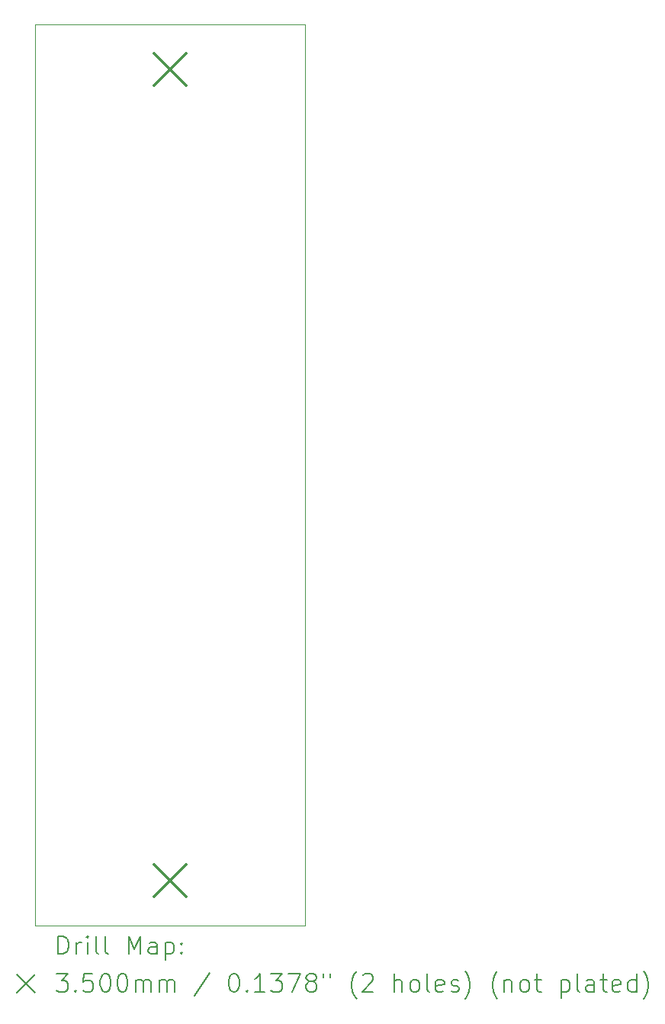
<source format=gbr>
%TF.GenerationSoftware,KiCad,Pcbnew,7.0.5*%
%TF.CreationDate,2024-04-01T13:17:19+02:00*%
%TF.ProjectId,power,706f7765-722e-46b6-9963-61645f706362,rev?*%
%TF.SameCoordinates,Original*%
%TF.FileFunction,Drillmap*%
%TF.FilePolarity,Positive*%
%FSLAX45Y45*%
G04 Gerber Fmt 4.5, Leading zero omitted, Abs format (unit mm)*
G04 Created by KiCad (PCBNEW 7.0.5) date 2024-04-01 13:17:19*
%MOMM*%
%LPD*%
G01*
G04 APERTURE LIST*
%ADD10C,0.050000*%
%ADD11C,0.200000*%
%ADD12C,0.350000*%
G04 APERTURE END LIST*
D10*
X4000000Y-4000000D02*
X7000000Y-4000000D01*
X7000000Y-14000000D01*
X4000000Y-14000000D01*
X4000000Y-4000000D01*
D11*
D12*
X5325000Y-4325000D02*
X5675000Y-4675000D01*
X5675000Y-4325000D02*
X5325000Y-4675000D01*
X5325000Y-13325000D02*
X5675000Y-13675000D01*
X5675000Y-13325000D02*
X5325000Y-13675000D01*
D11*
X4258277Y-14313984D02*
X4258277Y-14113984D01*
X4258277Y-14113984D02*
X4305896Y-14113984D01*
X4305896Y-14113984D02*
X4334467Y-14123508D01*
X4334467Y-14123508D02*
X4353515Y-14142555D01*
X4353515Y-14142555D02*
X4363039Y-14161603D01*
X4363039Y-14161603D02*
X4372563Y-14199698D01*
X4372563Y-14199698D02*
X4372563Y-14228269D01*
X4372563Y-14228269D02*
X4363039Y-14266365D01*
X4363039Y-14266365D02*
X4353515Y-14285412D01*
X4353515Y-14285412D02*
X4334467Y-14304460D01*
X4334467Y-14304460D02*
X4305896Y-14313984D01*
X4305896Y-14313984D02*
X4258277Y-14313984D01*
X4458277Y-14313984D02*
X4458277Y-14180650D01*
X4458277Y-14218746D02*
X4467801Y-14199698D01*
X4467801Y-14199698D02*
X4477324Y-14190174D01*
X4477324Y-14190174D02*
X4496372Y-14180650D01*
X4496372Y-14180650D02*
X4515420Y-14180650D01*
X4582086Y-14313984D02*
X4582086Y-14180650D01*
X4582086Y-14113984D02*
X4572563Y-14123508D01*
X4572563Y-14123508D02*
X4582086Y-14133031D01*
X4582086Y-14133031D02*
X4591610Y-14123508D01*
X4591610Y-14123508D02*
X4582086Y-14113984D01*
X4582086Y-14113984D02*
X4582086Y-14133031D01*
X4705896Y-14313984D02*
X4686848Y-14304460D01*
X4686848Y-14304460D02*
X4677324Y-14285412D01*
X4677324Y-14285412D02*
X4677324Y-14113984D01*
X4810658Y-14313984D02*
X4791610Y-14304460D01*
X4791610Y-14304460D02*
X4782086Y-14285412D01*
X4782086Y-14285412D02*
X4782086Y-14113984D01*
X5039229Y-14313984D02*
X5039229Y-14113984D01*
X5039229Y-14113984D02*
X5105896Y-14256841D01*
X5105896Y-14256841D02*
X5172563Y-14113984D01*
X5172563Y-14113984D02*
X5172563Y-14313984D01*
X5353515Y-14313984D02*
X5353515Y-14209222D01*
X5353515Y-14209222D02*
X5343991Y-14190174D01*
X5343991Y-14190174D02*
X5324944Y-14180650D01*
X5324944Y-14180650D02*
X5286848Y-14180650D01*
X5286848Y-14180650D02*
X5267801Y-14190174D01*
X5353515Y-14304460D02*
X5334467Y-14313984D01*
X5334467Y-14313984D02*
X5286848Y-14313984D01*
X5286848Y-14313984D02*
X5267801Y-14304460D01*
X5267801Y-14304460D02*
X5258277Y-14285412D01*
X5258277Y-14285412D02*
X5258277Y-14266365D01*
X5258277Y-14266365D02*
X5267801Y-14247317D01*
X5267801Y-14247317D02*
X5286848Y-14237793D01*
X5286848Y-14237793D02*
X5334467Y-14237793D01*
X5334467Y-14237793D02*
X5353515Y-14228269D01*
X5448753Y-14180650D02*
X5448753Y-14380650D01*
X5448753Y-14190174D02*
X5467801Y-14180650D01*
X5467801Y-14180650D02*
X5505896Y-14180650D01*
X5505896Y-14180650D02*
X5524944Y-14190174D01*
X5524944Y-14190174D02*
X5534467Y-14199698D01*
X5534467Y-14199698D02*
X5543991Y-14218746D01*
X5543991Y-14218746D02*
X5543991Y-14275888D01*
X5543991Y-14275888D02*
X5534467Y-14294936D01*
X5534467Y-14294936D02*
X5524944Y-14304460D01*
X5524944Y-14304460D02*
X5505896Y-14313984D01*
X5505896Y-14313984D02*
X5467801Y-14313984D01*
X5467801Y-14313984D02*
X5448753Y-14304460D01*
X5629705Y-14294936D02*
X5639229Y-14304460D01*
X5639229Y-14304460D02*
X5629705Y-14313984D01*
X5629705Y-14313984D02*
X5620182Y-14304460D01*
X5620182Y-14304460D02*
X5629705Y-14294936D01*
X5629705Y-14294936D02*
X5629705Y-14313984D01*
X5629705Y-14190174D02*
X5639229Y-14199698D01*
X5639229Y-14199698D02*
X5629705Y-14209222D01*
X5629705Y-14209222D02*
X5620182Y-14199698D01*
X5620182Y-14199698D02*
X5629705Y-14190174D01*
X5629705Y-14190174D02*
X5629705Y-14209222D01*
X3797500Y-14542500D02*
X3997500Y-14742500D01*
X3997500Y-14542500D02*
X3797500Y-14742500D01*
X4239229Y-14533984D02*
X4363039Y-14533984D01*
X4363039Y-14533984D02*
X4296372Y-14610174D01*
X4296372Y-14610174D02*
X4324944Y-14610174D01*
X4324944Y-14610174D02*
X4343991Y-14619698D01*
X4343991Y-14619698D02*
X4353515Y-14629222D01*
X4353515Y-14629222D02*
X4363039Y-14648269D01*
X4363039Y-14648269D02*
X4363039Y-14695888D01*
X4363039Y-14695888D02*
X4353515Y-14714936D01*
X4353515Y-14714936D02*
X4343991Y-14724460D01*
X4343991Y-14724460D02*
X4324944Y-14733984D01*
X4324944Y-14733984D02*
X4267801Y-14733984D01*
X4267801Y-14733984D02*
X4248753Y-14724460D01*
X4248753Y-14724460D02*
X4239229Y-14714936D01*
X4448753Y-14714936D02*
X4458277Y-14724460D01*
X4458277Y-14724460D02*
X4448753Y-14733984D01*
X4448753Y-14733984D02*
X4439229Y-14724460D01*
X4439229Y-14724460D02*
X4448753Y-14714936D01*
X4448753Y-14714936D02*
X4448753Y-14733984D01*
X4639229Y-14533984D02*
X4543991Y-14533984D01*
X4543991Y-14533984D02*
X4534467Y-14629222D01*
X4534467Y-14629222D02*
X4543991Y-14619698D01*
X4543991Y-14619698D02*
X4563039Y-14610174D01*
X4563039Y-14610174D02*
X4610658Y-14610174D01*
X4610658Y-14610174D02*
X4629705Y-14619698D01*
X4629705Y-14619698D02*
X4639229Y-14629222D01*
X4639229Y-14629222D02*
X4648753Y-14648269D01*
X4648753Y-14648269D02*
X4648753Y-14695888D01*
X4648753Y-14695888D02*
X4639229Y-14714936D01*
X4639229Y-14714936D02*
X4629705Y-14724460D01*
X4629705Y-14724460D02*
X4610658Y-14733984D01*
X4610658Y-14733984D02*
X4563039Y-14733984D01*
X4563039Y-14733984D02*
X4543991Y-14724460D01*
X4543991Y-14724460D02*
X4534467Y-14714936D01*
X4772563Y-14533984D02*
X4791610Y-14533984D01*
X4791610Y-14533984D02*
X4810658Y-14543508D01*
X4810658Y-14543508D02*
X4820182Y-14553031D01*
X4820182Y-14553031D02*
X4829705Y-14572079D01*
X4829705Y-14572079D02*
X4839229Y-14610174D01*
X4839229Y-14610174D02*
X4839229Y-14657793D01*
X4839229Y-14657793D02*
X4829705Y-14695888D01*
X4829705Y-14695888D02*
X4820182Y-14714936D01*
X4820182Y-14714936D02*
X4810658Y-14724460D01*
X4810658Y-14724460D02*
X4791610Y-14733984D01*
X4791610Y-14733984D02*
X4772563Y-14733984D01*
X4772563Y-14733984D02*
X4753515Y-14724460D01*
X4753515Y-14724460D02*
X4743991Y-14714936D01*
X4743991Y-14714936D02*
X4734467Y-14695888D01*
X4734467Y-14695888D02*
X4724944Y-14657793D01*
X4724944Y-14657793D02*
X4724944Y-14610174D01*
X4724944Y-14610174D02*
X4734467Y-14572079D01*
X4734467Y-14572079D02*
X4743991Y-14553031D01*
X4743991Y-14553031D02*
X4753515Y-14543508D01*
X4753515Y-14543508D02*
X4772563Y-14533984D01*
X4963039Y-14533984D02*
X4982086Y-14533984D01*
X4982086Y-14533984D02*
X5001134Y-14543508D01*
X5001134Y-14543508D02*
X5010658Y-14553031D01*
X5010658Y-14553031D02*
X5020182Y-14572079D01*
X5020182Y-14572079D02*
X5029705Y-14610174D01*
X5029705Y-14610174D02*
X5029705Y-14657793D01*
X5029705Y-14657793D02*
X5020182Y-14695888D01*
X5020182Y-14695888D02*
X5010658Y-14714936D01*
X5010658Y-14714936D02*
X5001134Y-14724460D01*
X5001134Y-14724460D02*
X4982086Y-14733984D01*
X4982086Y-14733984D02*
X4963039Y-14733984D01*
X4963039Y-14733984D02*
X4943991Y-14724460D01*
X4943991Y-14724460D02*
X4934467Y-14714936D01*
X4934467Y-14714936D02*
X4924944Y-14695888D01*
X4924944Y-14695888D02*
X4915420Y-14657793D01*
X4915420Y-14657793D02*
X4915420Y-14610174D01*
X4915420Y-14610174D02*
X4924944Y-14572079D01*
X4924944Y-14572079D02*
X4934467Y-14553031D01*
X4934467Y-14553031D02*
X4943991Y-14543508D01*
X4943991Y-14543508D02*
X4963039Y-14533984D01*
X5115420Y-14733984D02*
X5115420Y-14600650D01*
X5115420Y-14619698D02*
X5124944Y-14610174D01*
X5124944Y-14610174D02*
X5143991Y-14600650D01*
X5143991Y-14600650D02*
X5172563Y-14600650D01*
X5172563Y-14600650D02*
X5191610Y-14610174D01*
X5191610Y-14610174D02*
X5201134Y-14629222D01*
X5201134Y-14629222D02*
X5201134Y-14733984D01*
X5201134Y-14629222D02*
X5210658Y-14610174D01*
X5210658Y-14610174D02*
X5229705Y-14600650D01*
X5229705Y-14600650D02*
X5258277Y-14600650D01*
X5258277Y-14600650D02*
X5277325Y-14610174D01*
X5277325Y-14610174D02*
X5286848Y-14629222D01*
X5286848Y-14629222D02*
X5286848Y-14733984D01*
X5382086Y-14733984D02*
X5382086Y-14600650D01*
X5382086Y-14619698D02*
X5391610Y-14610174D01*
X5391610Y-14610174D02*
X5410658Y-14600650D01*
X5410658Y-14600650D02*
X5439229Y-14600650D01*
X5439229Y-14600650D02*
X5458277Y-14610174D01*
X5458277Y-14610174D02*
X5467801Y-14629222D01*
X5467801Y-14629222D02*
X5467801Y-14733984D01*
X5467801Y-14629222D02*
X5477325Y-14610174D01*
X5477325Y-14610174D02*
X5496372Y-14600650D01*
X5496372Y-14600650D02*
X5524944Y-14600650D01*
X5524944Y-14600650D02*
X5543991Y-14610174D01*
X5543991Y-14610174D02*
X5553515Y-14629222D01*
X5553515Y-14629222D02*
X5553515Y-14733984D01*
X5943991Y-14524460D02*
X5772563Y-14781603D01*
X6201134Y-14533984D02*
X6220182Y-14533984D01*
X6220182Y-14533984D02*
X6239229Y-14543508D01*
X6239229Y-14543508D02*
X6248753Y-14553031D01*
X6248753Y-14553031D02*
X6258277Y-14572079D01*
X6258277Y-14572079D02*
X6267801Y-14610174D01*
X6267801Y-14610174D02*
X6267801Y-14657793D01*
X6267801Y-14657793D02*
X6258277Y-14695888D01*
X6258277Y-14695888D02*
X6248753Y-14714936D01*
X6248753Y-14714936D02*
X6239229Y-14724460D01*
X6239229Y-14724460D02*
X6220182Y-14733984D01*
X6220182Y-14733984D02*
X6201134Y-14733984D01*
X6201134Y-14733984D02*
X6182086Y-14724460D01*
X6182086Y-14724460D02*
X6172563Y-14714936D01*
X6172563Y-14714936D02*
X6163039Y-14695888D01*
X6163039Y-14695888D02*
X6153515Y-14657793D01*
X6153515Y-14657793D02*
X6153515Y-14610174D01*
X6153515Y-14610174D02*
X6163039Y-14572079D01*
X6163039Y-14572079D02*
X6172563Y-14553031D01*
X6172563Y-14553031D02*
X6182086Y-14543508D01*
X6182086Y-14543508D02*
X6201134Y-14533984D01*
X6353515Y-14714936D02*
X6363039Y-14724460D01*
X6363039Y-14724460D02*
X6353515Y-14733984D01*
X6353515Y-14733984D02*
X6343991Y-14724460D01*
X6343991Y-14724460D02*
X6353515Y-14714936D01*
X6353515Y-14714936D02*
X6353515Y-14733984D01*
X6553515Y-14733984D02*
X6439229Y-14733984D01*
X6496372Y-14733984D02*
X6496372Y-14533984D01*
X6496372Y-14533984D02*
X6477325Y-14562555D01*
X6477325Y-14562555D02*
X6458277Y-14581603D01*
X6458277Y-14581603D02*
X6439229Y-14591127D01*
X6620182Y-14533984D02*
X6743991Y-14533984D01*
X6743991Y-14533984D02*
X6677325Y-14610174D01*
X6677325Y-14610174D02*
X6705896Y-14610174D01*
X6705896Y-14610174D02*
X6724944Y-14619698D01*
X6724944Y-14619698D02*
X6734467Y-14629222D01*
X6734467Y-14629222D02*
X6743991Y-14648269D01*
X6743991Y-14648269D02*
X6743991Y-14695888D01*
X6743991Y-14695888D02*
X6734467Y-14714936D01*
X6734467Y-14714936D02*
X6724944Y-14724460D01*
X6724944Y-14724460D02*
X6705896Y-14733984D01*
X6705896Y-14733984D02*
X6648753Y-14733984D01*
X6648753Y-14733984D02*
X6629706Y-14724460D01*
X6629706Y-14724460D02*
X6620182Y-14714936D01*
X6810658Y-14533984D02*
X6943991Y-14533984D01*
X6943991Y-14533984D02*
X6858277Y-14733984D01*
X7048753Y-14619698D02*
X7029706Y-14610174D01*
X7029706Y-14610174D02*
X7020182Y-14600650D01*
X7020182Y-14600650D02*
X7010658Y-14581603D01*
X7010658Y-14581603D02*
X7010658Y-14572079D01*
X7010658Y-14572079D02*
X7020182Y-14553031D01*
X7020182Y-14553031D02*
X7029706Y-14543508D01*
X7029706Y-14543508D02*
X7048753Y-14533984D01*
X7048753Y-14533984D02*
X7086848Y-14533984D01*
X7086848Y-14533984D02*
X7105896Y-14543508D01*
X7105896Y-14543508D02*
X7115420Y-14553031D01*
X7115420Y-14553031D02*
X7124944Y-14572079D01*
X7124944Y-14572079D02*
X7124944Y-14581603D01*
X7124944Y-14581603D02*
X7115420Y-14600650D01*
X7115420Y-14600650D02*
X7105896Y-14610174D01*
X7105896Y-14610174D02*
X7086848Y-14619698D01*
X7086848Y-14619698D02*
X7048753Y-14619698D01*
X7048753Y-14619698D02*
X7029706Y-14629222D01*
X7029706Y-14629222D02*
X7020182Y-14638746D01*
X7020182Y-14638746D02*
X7010658Y-14657793D01*
X7010658Y-14657793D02*
X7010658Y-14695888D01*
X7010658Y-14695888D02*
X7020182Y-14714936D01*
X7020182Y-14714936D02*
X7029706Y-14724460D01*
X7029706Y-14724460D02*
X7048753Y-14733984D01*
X7048753Y-14733984D02*
X7086848Y-14733984D01*
X7086848Y-14733984D02*
X7105896Y-14724460D01*
X7105896Y-14724460D02*
X7115420Y-14714936D01*
X7115420Y-14714936D02*
X7124944Y-14695888D01*
X7124944Y-14695888D02*
X7124944Y-14657793D01*
X7124944Y-14657793D02*
X7115420Y-14638746D01*
X7115420Y-14638746D02*
X7105896Y-14629222D01*
X7105896Y-14629222D02*
X7086848Y-14619698D01*
X7201134Y-14533984D02*
X7201134Y-14572079D01*
X7277325Y-14533984D02*
X7277325Y-14572079D01*
X7572563Y-14810174D02*
X7563039Y-14800650D01*
X7563039Y-14800650D02*
X7543991Y-14772079D01*
X7543991Y-14772079D02*
X7534468Y-14753031D01*
X7534468Y-14753031D02*
X7524944Y-14724460D01*
X7524944Y-14724460D02*
X7515420Y-14676841D01*
X7515420Y-14676841D02*
X7515420Y-14638746D01*
X7515420Y-14638746D02*
X7524944Y-14591127D01*
X7524944Y-14591127D02*
X7534468Y-14562555D01*
X7534468Y-14562555D02*
X7543991Y-14543508D01*
X7543991Y-14543508D02*
X7563039Y-14514936D01*
X7563039Y-14514936D02*
X7572563Y-14505412D01*
X7639229Y-14553031D02*
X7648753Y-14543508D01*
X7648753Y-14543508D02*
X7667801Y-14533984D01*
X7667801Y-14533984D02*
X7715420Y-14533984D01*
X7715420Y-14533984D02*
X7734468Y-14543508D01*
X7734468Y-14543508D02*
X7743991Y-14553031D01*
X7743991Y-14553031D02*
X7753515Y-14572079D01*
X7753515Y-14572079D02*
X7753515Y-14591127D01*
X7753515Y-14591127D02*
X7743991Y-14619698D01*
X7743991Y-14619698D02*
X7629706Y-14733984D01*
X7629706Y-14733984D02*
X7753515Y-14733984D01*
X7991610Y-14733984D02*
X7991610Y-14533984D01*
X8077325Y-14733984D02*
X8077325Y-14629222D01*
X8077325Y-14629222D02*
X8067801Y-14610174D01*
X8067801Y-14610174D02*
X8048753Y-14600650D01*
X8048753Y-14600650D02*
X8020182Y-14600650D01*
X8020182Y-14600650D02*
X8001134Y-14610174D01*
X8001134Y-14610174D02*
X7991610Y-14619698D01*
X8201134Y-14733984D02*
X8182087Y-14724460D01*
X8182087Y-14724460D02*
X8172563Y-14714936D01*
X8172563Y-14714936D02*
X8163039Y-14695888D01*
X8163039Y-14695888D02*
X8163039Y-14638746D01*
X8163039Y-14638746D02*
X8172563Y-14619698D01*
X8172563Y-14619698D02*
X8182087Y-14610174D01*
X8182087Y-14610174D02*
X8201134Y-14600650D01*
X8201134Y-14600650D02*
X8229706Y-14600650D01*
X8229706Y-14600650D02*
X8248753Y-14610174D01*
X8248753Y-14610174D02*
X8258277Y-14619698D01*
X8258277Y-14619698D02*
X8267801Y-14638746D01*
X8267801Y-14638746D02*
X8267801Y-14695888D01*
X8267801Y-14695888D02*
X8258277Y-14714936D01*
X8258277Y-14714936D02*
X8248753Y-14724460D01*
X8248753Y-14724460D02*
X8229706Y-14733984D01*
X8229706Y-14733984D02*
X8201134Y-14733984D01*
X8382087Y-14733984D02*
X8363039Y-14724460D01*
X8363039Y-14724460D02*
X8353515Y-14705412D01*
X8353515Y-14705412D02*
X8353515Y-14533984D01*
X8534468Y-14724460D02*
X8515420Y-14733984D01*
X8515420Y-14733984D02*
X8477325Y-14733984D01*
X8477325Y-14733984D02*
X8458277Y-14724460D01*
X8458277Y-14724460D02*
X8448753Y-14705412D01*
X8448753Y-14705412D02*
X8448753Y-14629222D01*
X8448753Y-14629222D02*
X8458277Y-14610174D01*
X8458277Y-14610174D02*
X8477325Y-14600650D01*
X8477325Y-14600650D02*
X8515420Y-14600650D01*
X8515420Y-14600650D02*
X8534468Y-14610174D01*
X8534468Y-14610174D02*
X8543992Y-14629222D01*
X8543992Y-14629222D02*
X8543992Y-14648269D01*
X8543992Y-14648269D02*
X8448753Y-14667317D01*
X8620182Y-14724460D02*
X8639230Y-14733984D01*
X8639230Y-14733984D02*
X8677325Y-14733984D01*
X8677325Y-14733984D02*
X8696373Y-14724460D01*
X8696373Y-14724460D02*
X8705896Y-14705412D01*
X8705896Y-14705412D02*
X8705896Y-14695888D01*
X8705896Y-14695888D02*
X8696373Y-14676841D01*
X8696373Y-14676841D02*
X8677325Y-14667317D01*
X8677325Y-14667317D02*
X8648753Y-14667317D01*
X8648753Y-14667317D02*
X8629706Y-14657793D01*
X8629706Y-14657793D02*
X8620182Y-14638746D01*
X8620182Y-14638746D02*
X8620182Y-14629222D01*
X8620182Y-14629222D02*
X8629706Y-14610174D01*
X8629706Y-14610174D02*
X8648753Y-14600650D01*
X8648753Y-14600650D02*
X8677325Y-14600650D01*
X8677325Y-14600650D02*
X8696373Y-14610174D01*
X8772563Y-14810174D02*
X8782087Y-14800650D01*
X8782087Y-14800650D02*
X8801134Y-14772079D01*
X8801134Y-14772079D02*
X8810658Y-14753031D01*
X8810658Y-14753031D02*
X8820182Y-14724460D01*
X8820182Y-14724460D02*
X8829706Y-14676841D01*
X8829706Y-14676841D02*
X8829706Y-14638746D01*
X8829706Y-14638746D02*
X8820182Y-14591127D01*
X8820182Y-14591127D02*
X8810658Y-14562555D01*
X8810658Y-14562555D02*
X8801134Y-14543508D01*
X8801134Y-14543508D02*
X8782087Y-14514936D01*
X8782087Y-14514936D02*
X8772563Y-14505412D01*
X9134468Y-14810174D02*
X9124944Y-14800650D01*
X9124944Y-14800650D02*
X9105896Y-14772079D01*
X9105896Y-14772079D02*
X9096373Y-14753031D01*
X9096373Y-14753031D02*
X9086849Y-14724460D01*
X9086849Y-14724460D02*
X9077325Y-14676841D01*
X9077325Y-14676841D02*
X9077325Y-14638746D01*
X9077325Y-14638746D02*
X9086849Y-14591127D01*
X9086849Y-14591127D02*
X9096373Y-14562555D01*
X9096373Y-14562555D02*
X9105896Y-14543508D01*
X9105896Y-14543508D02*
X9124944Y-14514936D01*
X9124944Y-14514936D02*
X9134468Y-14505412D01*
X9210658Y-14600650D02*
X9210658Y-14733984D01*
X9210658Y-14619698D02*
X9220182Y-14610174D01*
X9220182Y-14610174D02*
X9239230Y-14600650D01*
X9239230Y-14600650D02*
X9267801Y-14600650D01*
X9267801Y-14600650D02*
X9286849Y-14610174D01*
X9286849Y-14610174D02*
X9296373Y-14629222D01*
X9296373Y-14629222D02*
X9296373Y-14733984D01*
X9420182Y-14733984D02*
X9401134Y-14724460D01*
X9401134Y-14724460D02*
X9391611Y-14714936D01*
X9391611Y-14714936D02*
X9382087Y-14695888D01*
X9382087Y-14695888D02*
X9382087Y-14638746D01*
X9382087Y-14638746D02*
X9391611Y-14619698D01*
X9391611Y-14619698D02*
X9401134Y-14610174D01*
X9401134Y-14610174D02*
X9420182Y-14600650D01*
X9420182Y-14600650D02*
X9448754Y-14600650D01*
X9448754Y-14600650D02*
X9467801Y-14610174D01*
X9467801Y-14610174D02*
X9477325Y-14619698D01*
X9477325Y-14619698D02*
X9486849Y-14638746D01*
X9486849Y-14638746D02*
X9486849Y-14695888D01*
X9486849Y-14695888D02*
X9477325Y-14714936D01*
X9477325Y-14714936D02*
X9467801Y-14724460D01*
X9467801Y-14724460D02*
X9448754Y-14733984D01*
X9448754Y-14733984D02*
X9420182Y-14733984D01*
X9543992Y-14600650D02*
X9620182Y-14600650D01*
X9572563Y-14533984D02*
X9572563Y-14705412D01*
X9572563Y-14705412D02*
X9582087Y-14724460D01*
X9582087Y-14724460D02*
X9601134Y-14733984D01*
X9601134Y-14733984D02*
X9620182Y-14733984D01*
X9839230Y-14600650D02*
X9839230Y-14800650D01*
X9839230Y-14610174D02*
X9858277Y-14600650D01*
X9858277Y-14600650D02*
X9896373Y-14600650D01*
X9896373Y-14600650D02*
X9915420Y-14610174D01*
X9915420Y-14610174D02*
X9924944Y-14619698D01*
X9924944Y-14619698D02*
X9934468Y-14638746D01*
X9934468Y-14638746D02*
X9934468Y-14695888D01*
X9934468Y-14695888D02*
X9924944Y-14714936D01*
X9924944Y-14714936D02*
X9915420Y-14724460D01*
X9915420Y-14724460D02*
X9896373Y-14733984D01*
X9896373Y-14733984D02*
X9858277Y-14733984D01*
X9858277Y-14733984D02*
X9839230Y-14724460D01*
X10048754Y-14733984D02*
X10029706Y-14724460D01*
X10029706Y-14724460D02*
X10020182Y-14705412D01*
X10020182Y-14705412D02*
X10020182Y-14533984D01*
X10210658Y-14733984D02*
X10210658Y-14629222D01*
X10210658Y-14629222D02*
X10201135Y-14610174D01*
X10201135Y-14610174D02*
X10182087Y-14600650D01*
X10182087Y-14600650D02*
X10143992Y-14600650D01*
X10143992Y-14600650D02*
X10124944Y-14610174D01*
X10210658Y-14724460D02*
X10191611Y-14733984D01*
X10191611Y-14733984D02*
X10143992Y-14733984D01*
X10143992Y-14733984D02*
X10124944Y-14724460D01*
X10124944Y-14724460D02*
X10115420Y-14705412D01*
X10115420Y-14705412D02*
X10115420Y-14686365D01*
X10115420Y-14686365D02*
X10124944Y-14667317D01*
X10124944Y-14667317D02*
X10143992Y-14657793D01*
X10143992Y-14657793D02*
X10191611Y-14657793D01*
X10191611Y-14657793D02*
X10210658Y-14648269D01*
X10277325Y-14600650D02*
X10353515Y-14600650D01*
X10305896Y-14533984D02*
X10305896Y-14705412D01*
X10305896Y-14705412D02*
X10315420Y-14724460D01*
X10315420Y-14724460D02*
X10334468Y-14733984D01*
X10334468Y-14733984D02*
X10353515Y-14733984D01*
X10496373Y-14724460D02*
X10477325Y-14733984D01*
X10477325Y-14733984D02*
X10439230Y-14733984D01*
X10439230Y-14733984D02*
X10420182Y-14724460D01*
X10420182Y-14724460D02*
X10410658Y-14705412D01*
X10410658Y-14705412D02*
X10410658Y-14629222D01*
X10410658Y-14629222D02*
X10420182Y-14610174D01*
X10420182Y-14610174D02*
X10439230Y-14600650D01*
X10439230Y-14600650D02*
X10477325Y-14600650D01*
X10477325Y-14600650D02*
X10496373Y-14610174D01*
X10496373Y-14610174D02*
X10505896Y-14629222D01*
X10505896Y-14629222D02*
X10505896Y-14648269D01*
X10505896Y-14648269D02*
X10410658Y-14667317D01*
X10677325Y-14733984D02*
X10677325Y-14533984D01*
X10677325Y-14724460D02*
X10658277Y-14733984D01*
X10658277Y-14733984D02*
X10620182Y-14733984D01*
X10620182Y-14733984D02*
X10601135Y-14724460D01*
X10601135Y-14724460D02*
X10591611Y-14714936D01*
X10591611Y-14714936D02*
X10582087Y-14695888D01*
X10582087Y-14695888D02*
X10582087Y-14638746D01*
X10582087Y-14638746D02*
X10591611Y-14619698D01*
X10591611Y-14619698D02*
X10601135Y-14610174D01*
X10601135Y-14610174D02*
X10620182Y-14600650D01*
X10620182Y-14600650D02*
X10658277Y-14600650D01*
X10658277Y-14600650D02*
X10677325Y-14610174D01*
X10753516Y-14810174D02*
X10763039Y-14800650D01*
X10763039Y-14800650D02*
X10782087Y-14772079D01*
X10782087Y-14772079D02*
X10791611Y-14753031D01*
X10791611Y-14753031D02*
X10801135Y-14724460D01*
X10801135Y-14724460D02*
X10810658Y-14676841D01*
X10810658Y-14676841D02*
X10810658Y-14638746D01*
X10810658Y-14638746D02*
X10801135Y-14591127D01*
X10801135Y-14591127D02*
X10791611Y-14562555D01*
X10791611Y-14562555D02*
X10782087Y-14543508D01*
X10782087Y-14543508D02*
X10763039Y-14514936D01*
X10763039Y-14514936D02*
X10753516Y-14505412D01*
M02*

</source>
